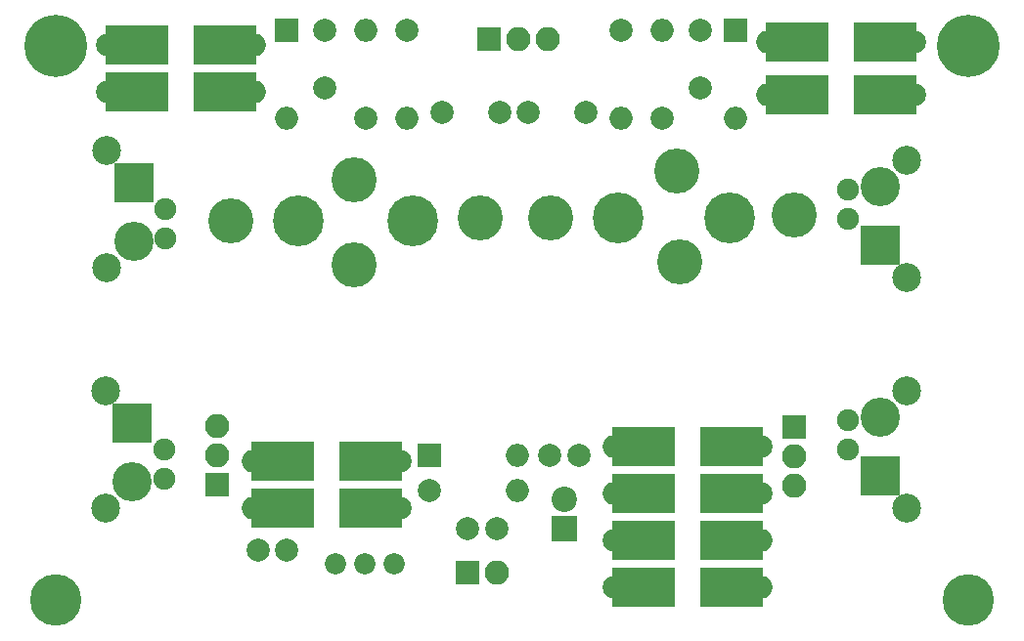
<source format=gbr>
G04 #@! TF.FileFunction,Soldermask,Top*
%FSLAX46Y46*%
G04 Gerber Fmt 4.6, Leading zero omitted, Abs format (unit mm)*
G04 Created by KiCad (PCBNEW 4.0.7) date 11/26/21 21:25:52*
%MOMM*%
%LPD*%
G01*
G04 APERTURE LIST*
%ADD10C,0.100000*%
%ADD11R,2.100000X2.100000*%
%ADD12O,2.100000X2.100000*%
%ADD13C,2.000000*%
%ADD14O,2.000000X2.000000*%
%ADD15R,5.400000X3.400000*%
%ADD16C,3.900000*%
%ADD17C,4.400000*%
%ADD18C,5.400000*%
%ADD19R,2.000000X2.000000*%
%ADD20C,1.900000*%
%ADD21C,2.500000*%
%ADD22R,3.400000X3.400000*%
%ADD23C,3.400000*%
%ADD24C,4.464000*%
%ADD25R,2.200000X2.200000*%
%ADD26C,2.200000*%
%ADD27C,1.840000*%
G04 APERTURE END LIST*
D10*
D11*
X106950000Y-76050000D03*
D12*
X106950000Y-78590000D03*
X106950000Y-81130000D03*
D13*
X91390000Y-85854000D03*
D14*
X104090000Y-85854000D03*
D15*
X93930000Y-85854000D03*
X101550000Y-85854000D03*
D13*
X104090000Y-81790000D03*
D14*
X91390000Y-81790000D03*
D15*
X101550000Y-81790000D03*
X93930000Y-81790000D03*
D13*
X104090000Y-77726000D03*
D14*
X91390000Y-77726000D03*
D15*
X101550000Y-77726000D03*
X93930000Y-77726000D03*
D13*
X117348000Y-42672000D03*
D14*
X104648000Y-42672000D03*
D15*
X114808000Y-42672000D03*
X107188000Y-42672000D03*
D13*
X47498000Y-42926000D03*
D14*
X60198000Y-42926000D03*
D15*
X50038000Y-42926000D03*
X57658000Y-42926000D03*
D13*
X117348000Y-47244000D03*
D14*
X104648000Y-47244000D03*
D15*
X114808000Y-47244000D03*
X107188000Y-47244000D03*
D16*
X58166000Y-58166000D03*
D17*
X64008000Y-58166000D03*
D16*
X85852000Y-57912000D03*
D17*
X91694000Y-57912000D03*
D16*
X79756000Y-57912000D03*
D17*
X73914000Y-58166000D03*
D16*
X106934000Y-57658000D03*
D17*
X101346000Y-57912000D03*
D18*
X43000000Y-43000000D03*
X122000000Y-43000000D03*
D16*
X68834000Y-54610000D03*
X68834000Y-61976000D03*
X96774000Y-53848000D03*
D13*
X66294000Y-41656000D03*
X66294000Y-46656000D03*
X76454000Y-48768000D03*
X81454000Y-48768000D03*
X98806000Y-41656000D03*
X98806000Y-46656000D03*
X88900000Y-48768000D03*
X83900000Y-48768000D03*
D11*
X80518000Y-42418000D03*
D12*
X83058000Y-42418000D03*
X85598000Y-42418000D03*
D13*
X69850000Y-49276000D03*
D14*
X69850000Y-41656000D03*
D13*
X73406000Y-41656000D03*
D14*
X73406000Y-49276000D03*
D13*
X95504000Y-49276000D03*
D14*
X95504000Y-41656000D03*
D13*
X91948000Y-41656000D03*
D14*
X91948000Y-49276000D03*
D19*
X62992000Y-41656000D03*
D14*
X62992000Y-49276000D03*
D19*
X101854000Y-41656000D03*
D14*
X101854000Y-49276000D03*
D13*
X47498000Y-46990000D03*
D14*
X60198000Y-46990000D03*
D15*
X50038000Y-46990000D03*
X57658000Y-46990000D03*
D20*
X52512000Y-57150000D03*
X52512000Y-59690000D03*
D21*
X47432000Y-62230000D03*
X47432000Y-52070000D03*
D22*
X49784000Y-54864000D03*
D23*
X49784000Y-59944000D03*
D20*
X111620000Y-58000000D03*
X111620000Y-55460000D03*
D21*
X116700000Y-52920000D03*
X116700000Y-63080000D03*
D22*
X114348000Y-60286000D03*
D23*
X114348000Y-55206000D03*
D24*
X122000000Y-91000000D03*
X43000000Y-91000000D03*
D16*
X97028000Y-61722000D03*
D19*
X75388000Y-78488000D03*
D14*
X83008000Y-78488000D03*
D25*
X87072000Y-84838000D03*
D26*
X87072000Y-82298000D03*
D20*
X111620000Y-78000000D03*
X111620000Y-75460000D03*
D21*
X116700000Y-72920000D03*
X116700000Y-83080000D03*
D22*
X114348000Y-80286000D03*
D23*
X114348000Y-75206000D03*
D20*
X52380000Y-78000000D03*
X52380000Y-80540000D03*
D21*
X47300000Y-83080000D03*
X47300000Y-72920000D03*
D22*
X49652000Y-75714000D03*
D23*
X49652000Y-80794000D03*
D11*
X56950000Y-81050000D03*
D12*
X56950000Y-78510000D03*
X56950000Y-75970000D03*
D13*
X72848000Y-78996000D03*
D14*
X60148000Y-78996000D03*
D15*
X70308000Y-78996000D03*
X62688000Y-78996000D03*
D13*
X72848000Y-83060000D03*
D14*
X60148000Y-83060000D03*
D15*
X70308000Y-83060000D03*
X62688000Y-83060000D03*
D13*
X91390000Y-89918000D03*
D14*
X104090000Y-89918000D03*
D15*
X93930000Y-89918000D03*
X101550000Y-89918000D03*
D13*
X75388000Y-81536000D03*
D14*
X83008000Y-81536000D03*
D13*
X85802000Y-78488000D03*
X88302000Y-78488000D03*
X60530000Y-86720000D03*
X63030000Y-86720000D03*
X78690000Y-84838000D03*
X81190000Y-84838000D03*
D11*
X78690000Y-88648000D03*
D12*
X81230000Y-88648000D03*
D27*
X72340000Y-87886000D03*
X69800000Y-87886000D03*
X67260000Y-87886000D03*
M02*

</source>
